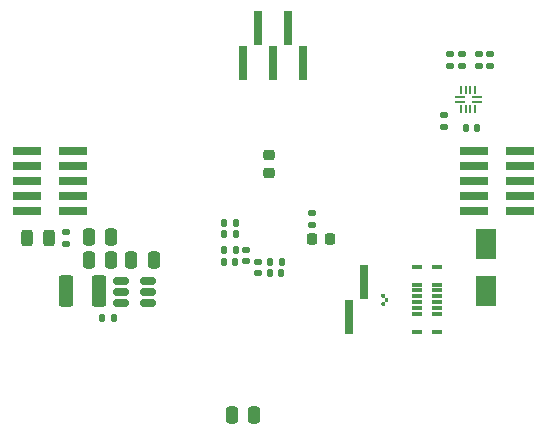
<source format=gtp>
%TF.GenerationSoftware,KiCad,Pcbnew,(6.0.9)*%
%TF.CreationDate,2023-02-02T10:15:23+01:00*%
%TF.ProjectId,BatteryManagementBoard,42617474-6572-4794-9d61-6e6167656d65,rev?*%
%TF.SameCoordinates,Original*%
%TF.FileFunction,Paste,Top*%
%TF.FilePolarity,Positive*%
%FSLAX46Y46*%
G04 Gerber Fmt 4.6, Leading zero omitted, Abs format (unit mm)*
G04 Created by KiCad (PCBNEW (6.0.9)) date 2023-02-02 10:15:23*
%MOMM*%
%LPD*%
G01*
G04 APERTURE LIST*
G04 Aperture macros list*
%AMRoundRect*
0 Rectangle with rounded corners*
0 $1 Rounding radius*
0 $2 $3 $4 $5 $6 $7 $8 $9 X,Y pos of 4 corners*
0 Add a 4 corners polygon primitive as box body*
4,1,4,$2,$3,$4,$5,$6,$7,$8,$9,$2,$3,0*
0 Add four circle primitives for the rounded corners*
1,1,$1+$1,$2,$3*
1,1,$1+$1,$4,$5*
1,1,$1+$1,$6,$7*
1,1,$1+$1,$8,$9*
0 Add four rect primitives between the rounded corners*
20,1,$1+$1,$2,$3,$4,$5,0*
20,1,$1+$1,$4,$5,$6,$7,0*
20,1,$1+$1,$6,$7,$8,$9,0*
20,1,$1+$1,$8,$9,$2,$3,0*%
G04 Aperture macros list end*
%ADD10C,0.010000*%
%ADD11RoundRect,0.250000X0.375000X1.075000X-0.375000X1.075000X-0.375000X-1.075000X0.375000X-1.075000X0*%
%ADD12RoundRect,0.225000X-0.225000X-0.250000X0.225000X-0.250000X0.225000X0.250000X-0.225000X0.250000X0*%
%ADD13RoundRect,0.135000X0.135000X0.185000X-0.135000X0.185000X-0.135000X-0.185000X0.135000X-0.185000X0*%
%ADD14RoundRect,0.140000X-0.140000X-0.170000X0.140000X-0.170000X0.140000X0.170000X-0.140000X0.170000X0*%
%ADD15RoundRect,0.050000X0.375000X0.050000X-0.375000X0.050000X-0.375000X-0.050000X0.375000X-0.050000X0*%
%ADD16RoundRect,0.050000X0.050000X0.275000X-0.050000X0.275000X-0.050000X-0.275000X0.050000X-0.275000X0*%
%ADD17RoundRect,0.140000X0.140000X0.170000X-0.140000X0.170000X-0.140000X-0.170000X0.140000X-0.170000X0*%
%ADD18R,0.870000X0.300000*%
%ADD19RoundRect,0.140000X-0.170000X0.140000X-0.170000X-0.140000X0.170000X-0.140000X0.170000X0.140000X0*%
%ADD20RoundRect,0.225000X0.250000X-0.225000X0.250000X0.225000X-0.250000X0.225000X-0.250000X-0.225000X0*%
%ADD21RoundRect,0.150000X0.512500X0.150000X-0.512500X0.150000X-0.512500X-0.150000X0.512500X-0.150000X0*%
%ADD22R,1.800000X2.500000*%
%ADD23R,2.400000X0.740000*%
%ADD24RoundRect,0.250000X0.250000X0.475000X-0.250000X0.475000X-0.250000X-0.475000X0.250000X-0.475000X0*%
%ADD25RoundRect,0.135000X-0.185000X0.135000X-0.185000X-0.135000X0.185000X-0.135000X0.185000X0.135000X0*%
%ADD26R,0.650000X3.000000*%
%ADD27RoundRect,0.135000X0.185000X-0.135000X0.185000X0.135000X-0.185000X0.135000X-0.185000X-0.135000X0*%
%ADD28RoundRect,0.135000X-0.135000X-0.185000X0.135000X-0.185000X0.135000X0.185000X-0.135000X0.185000X0*%
%ADD29RoundRect,0.243750X-0.243750X-0.456250X0.243750X-0.456250X0.243750X0.456250X-0.243750X0.456250X0*%
%ADD30RoundRect,0.250000X-0.250000X-0.475000X0.250000X-0.475000X0.250000X0.475000X-0.250000X0.475000X0*%
G04 APERTURE END LIST*
G36*
X159313000Y-110236000D02*
G01*
X159315000Y-110236000D01*
X159318000Y-110237000D01*
X159320000Y-110237000D01*
X159323000Y-110238000D01*
X159325000Y-110239000D01*
X159328000Y-110240000D01*
X159330000Y-110242000D01*
X159332000Y-110243000D01*
X159334000Y-110245000D01*
X159336000Y-110246000D01*
X159344000Y-110254000D01*
X159345000Y-110256000D01*
X159347000Y-110258000D01*
X159348000Y-110260000D01*
X159350000Y-110262000D01*
X159351000Y-110265000D01*
X159352000Y-110267000D01*
X159353000Y-110270000D01*
X159353000Y-110272000D01*
X159354000Y-110275000D01*
X159354000Y-110277000D01*
X159355000Y-110280000D01*
X159355000Y-110400000D01*
X159354000Y-110403000D01*
X159354000Y-110405000D01*
X159353000Y-110408000D01*
X159353000Y-110410000D01*
X159352000Y-110413000D01*
X159351000Y-110415000D01*
X159350000Y-110418000D01*
X159348000Y-110420000D01*
X159347000Y-110422000D01*
X159345000Y-110424000D01*
X159344000Y-110426000D01*
X159336000Y-110434000D01*
X159334000Y-110435000D01*
X159332000Y-110437000D01*
X159330000Y-110438000D01*
X159328000Y-110440000D01*
X159325000Y-110441000D01*
X159323000Y-110442000D01*
X159320000Y-110443000D01*
X159318000Y-110443000D01*
X159315000Y-110444000D01*
X159313000Y-110444000D01*
X159310000Y-110445000D01*
X159190000Y-110445000D01*
X159187000Y-110444000D01*
X159185000Y-110444000D01*
X159182000Y-110443000D01*
X159180000Y-110443000D01*
X159177000Y-110442000D01*
X159175000Y-110441000D01*
X159172000Y-110440000D01*
X159170000Y-110438000D01*
X159168000Y-110437000D01*
X159166000Y-110435000D01*
X159164000Y-110434000D01*
X159156000Y-110426000D01*
X159155000Y-110424000D01*
X159153000Y-110422000D01*
X159152000Y-110420000D01*
X159150000Y-110418000D01*
X159149000Y-110415000D01*
X159148000Y-110413000D01*
X159147000Y-110410000D01*
X159147000Y-110408000D01*
X159146000Y-110405000D01*
X159146000Y-110403000D01*
X159145000Y-110400000D01*
X159145000Y-110280000D01*
X159146000Y-110277000D01*
X159146000Y-110275000D01*
X159147000Y-110272000D01*
X159147000Y-110270000D01*
X159148000Y-110267000D01*
X159149000Y-110265000D01*
X159150000Y-110262000D01*
X159152000Y-110260000D01*
X159153000Y-110258000D01*
X159155000Y-110256000D01*
X159156000Y-110254000D01*
X159164000Y-110246000D01*
X159166000Y-110245000D01*
X159168000Y-110243000D01*
X159170000Y-110242000D01*
X159172000Y-110240000D01*
X159175000Y-110239000D01*
X159177000Y-110238000D01*
X159180000Y-110237000D01*
X159182000Y-110237000D01*
X159185000Y-110236000D01*
X159187000Y-110236000D01*
X159190000Y-110235000D01*
X159310000Y-110235000D01*
X159313000Y-110236000D01*
G37*
D10*
X159313000Y-110236000D02*
X159315000Y-110236000D01*
X159318000Y-110237000D01*
X159320000Y-110237000D01*
X159323000Y-110238000D01*
X159325000Y-110239000D01*
X159328000Y-110240000D01*
X159330000Y-110242000D01*
X159332000Y-110243000D01*
X159334000Y-110245000D01*
X159336000Y-110246000D01*
X159344000Y-110254000D01*
X159345000Y-110256000D01*
X159347000Y-110258000D01*
X159348000Y-110260000D01*
X159350000Y-110262000D01*
X159351000Y-110265000D01*
X159352000Y-110267000D01*
X159353000Y-110270000D01*
X159353000Y-110272000D01*
X159354000Y-110275000D01*
X159354000Y-110277000D01*
X159355000Y-110280000D01*
X159355000Y-110400000D01*
X159354000Y-110403000D01*
X159354000Y-110405000D01*
X159353000Y-110408000D01*
X159353000Y-110410000D01*
X159352000Y-110413000D01*
X159351000Y-110415000D01*
X159350000Y-110418000D01*
X159348000Y-110420000D01*
X159347000Y-110422000D01*
X159345000Y-110424000D01*
X159344000Y-110426000D01*
X159336000Y-110434000D01*
X159334000Y-110435000D01*
X159332000Y-110437000D01*
X159330000Y-110438000D01*
X159328000Y-110440000D01*
X159325000Y-110441000D01*
X159323000Y-110442000D01*
X159320000Y-110443000D01*
X159318000Y-110443000D01*
X159315000Y-110444000D01*
X159313000Y-110444000D01*
X159310000Y-110445000D01*
X159190000Y-110445000D01*
X159187000Y-110444000D01*
X159185000Y-110444000D01*
X159182000Y-110443000D01*
X159180000Y-110443000D01*
X159177000Y-110442000D01*
X159175000Y-110441000D01*
X159172000Y-110440000D01*
X159170000Y-110438000D01*
X159168000Y-110437000D01*
X159166000Y-110435000D01*
X159164000Y-110434000D01*
X159156000Y-110426000D01*
X159155000Y-110424000D01*
X159153000Y-110422000D01*
X159152000Y-110420000D01*
X159150000Y-110418000D01*
X159149000Y-110415000D01*
X159148000Y-110413000D01*
X159147000Y-110410000D01*
X159147000Y-110408000D01*
X159146000Y-110405000D01*
X159146000Y-110403000D01*
X159145000Y-110400000D01*
X159145000Y-110280000D01*
X159146000Y-110277000D01*
X159146000Y-110275000D01*
X159147000Y-110272000D01*
X159147000Y-110270000D01*
X159148000Y-110267000D01*
X159149000Y-110265000D01*
X159150000Y-110262000D01*
X159152000Y-110260000D01*
X159153000Y-110258000D01*
X159155000Y-110256000D01*
X159156000Y-110254000D01*
X159164000Y-110246000D01*
X159166000Y-110245000D01*
X159168000Y-110243000D01*
X159170000Y-110242000D01*
X159172000Y-110240000D01*
X159175000Y-110239000D01*
X159177000Y-110238000D01*
X159180000Y-110237000D01*
X159182000Y-110237000D01*
X159185000Y-110236000D01*
X159187000Y-110236000D01*
X159190000Y-110235000D01*
X159310000Y-110235000D01*
X159313000Y-110236000D01*
G36*
X159313000Y-109556000D02*
G01*
X159315000Y-109556000D01*
X159318000Y-109557000D01*
X159320000Y-109557000D01*
X159323000Y-109558000D01*
X159325000Y-109559000D01*
X159328000Y-109560000D01*
X159330000Y-109562000D01*
X159332000Y-109563000D01*
X159334000Y-109565000D01*
X159336000Y-109566000D01*
X159344000Y-109574000D01*
X159345000Y-109576000D01*
X159347000Y-109578000D01*
X159348000Y-109580000D01*
X159350000Y-109582000D01*
X159351000Y-109585000D01*
X159352000Y-109587000D01*
X159353000Y-109590000D01*
X159353000Y-109592000D01*
X159354000Y-109595000D01*
X159354000Y-109597000D01*
X159355000Y-109600000D01*
X159355000Y-109720000D01*
X159354000Y-109723000D01*
X159354000Y-109725000D01*
X159353000Y-109728000D01*
X159353000Y-109730000D01*
X159352000Y-109733000D01*
X159351000Y-109735000D01*
X159350000Y-109738000D01*
X159348000Y-109740000D01*
X159347000Y-109742000D01*
X159345000Y-109744000D01*
X159344000Y-109746000D01*
X159336000Y-109754000D01*
X159334000Y-109755000D01*
X159332000Y-109757000D01*
X159330000Y-109758000D01*
X159328000Y-109760000D01*
X159325000Y-109761000D01*
X159323000Y-109762000D01*
X159320000Y-109763000D01*
X159318000Y-109763000D01*
X159315000Y-109764000D01*
X159313000Y-109764000D01*
X159310000Y-109765000D01*
X159190000Y-109765000D01*
X159187000Y-109764000D01*
X159185000Y-109764000D01*
X159182000Y-109763000D01*
X159180000Y-109763000D01*
X159177000Y-109762000D01*
X159175000Y-109761000D01*
X159172000Y-109760000D01*
X159170000Y-109758000D01*
X159168000Y-109757000D01*
X159166000Y-109755000D01*
X159164000Y-109754000D01*
X159156000Y-109746000D01*
X159155000Y-109744000D01*
X159153000Y-109742000D01*
X159152000Y-109740000D01*
X159150000Y-109738000D01*
X159149000Y-109735000D01*
X159148000Y-109733000D01*
X159147000Y-109730000D01*
X159147000Y-109728000D01*
X159146000Y-109725000D01*
X159146000Y-109723000D01*
X159145000Y-109720000D01*
X159145000Y-109600000D01*
X159146000Y-109597000D01*
X159146000Y-109595000D01*
X159147000Y-109592000D01*
X159147000Y-109590000D01*
X159148000Y-109587000D01*
X159149000Y-109585000D01*
X159150000Y-109582000D01*
X159152000Y-109580000D01*
X159153000Y-109578000D01*
X159155000Y-109576000D01*
X159156000Y-109574000D01*
X159164000Y-109566000D01*
X159166000Y-109565000D01*
X159168000Y-109563000D01*
X159170000Y-109562000D01*
X159172000Y-109560000D01*
X159175000Y-109559000D01*
X159177000Y-109558000D01*
X159180000Y-109557000D01*
X159182000Y-109557000D01*
X159185000Y-109556000D01*
X159187000Y-109556000D01*
X159190000Y-109555000D01*
X159310000Y-109555000D01*
X159313000Y-109556000D01*
G37*
X159313000Y-109556000D02*
X159315000Y-109556000D01*
X159318000Y-109557000D01*
X159320000Y-109557000D01*
X159323000Y-109558000D01*
X159325000Y-109559000D01*
X159328000Y-109560000D01*
X159330000Y-109562000D01*
X159332000Y-109563000D01*
X159334000Y-109565000D01*
X159336000Y-109566000D01*
X159344000Y-109574000D01*
X159345000Y-109576000D01*
X159347000Y-109578000D01*
X159348000Y-109580000D01*
X159350000Y-109582000D01*
X159351000Y-109585000D01*
X159352000Y-109587000D01*
X159353000Y-109590000D01*
X159353000Y-109592000D01*
X159354000Y-109595000D01*
X159354000Y-109597000D01*
X159355000Y-109600000D01*
X159355000Y-109720000D01*
X159354000Y-109723000D01*
X159354000Y-109725000D01*
X159353000Y-109728000D01*
X159353000Y-109730000D01*
X159352000Y-109733000D01*
X159351000Y-109735000D01*
X159350000Y-109738000D01*
X159348000Y-109740000D01*
X159347000Y-109742000D01*
X159345000Y-109744000D01*
X159344000Y-109746000D01*
X159336000Y-109754000D01*
X159334000Y-109755000D01*
X159332000Y-109757000D01*
X159330000Y-109758000D01*
X159328000Y-109760000D01*
X159325000Y-109761000D01*
X159323000Y-109762000D01*
X159320000Y-109763000D01*
X159318000Y-109763000D01*
X159315000Y-109764000D01*
X159313000Y-109764000D01*
X159310000Y-109765000D01*
X159190000Y-109765000D01*
X159187000Y-109764000D01*
X159185000Y-109764000D01*
X159182000Y-109763000D01*
X159180000Y-109763000D01*
X159177000Y-109762000D01*
X159175000Y-109761000D01*
X159172000Y-109760000D01*
X159170000Y-109758000D01*
X159168000Y-109757000D01*
X159166000Y-109755000D01*
X159164000Y-109754000D01*
X159156000Y-109746000D01*
X159155000Y-109744000D01*
X159153000Y-109742000D01*
X159152000Y-109740000D01*
X159150000Y-109738000D01*
X159149000Y-109735000D01*
X159148000Y-109733000D01*
X159147000Y-109730000D01*
X159147000Y-109728000D01*
X159146000Y-109725000D01*
X159146000Y-109723000D01*
X159145000Y-109720000D01*
X159145000Y-109600000D01*
X159146000Y-109597000D01*
X159146000Y-109595000D01*
X159147000Y-109592000D01*
X159147000Y-109590000D01*
X159148000Y-109587000D01*
X159149000Y-109585000D01*
X159150000Y-109582000D01*
X159152000Y-109580000D01*
X159153000Y-109578000D01*
X159155000Y-109576000D01*
X159156000Y-109574000D01*
X159164000Y-109566000D01*
X159166000Y-109565000D01*
X159168000Y-109563000D01*
X159170000Y-109562000D01*
X159172000Y-109560000D01*
X159175000Y-109559000D01*
X159177000Y-109558000D01*
X159180000Y-109557000D01*
X159182000Y-109557000D01*
X159185000Y-109556000D01*
X159187000Y-109556000D01*
X159190000Y-109555000D01*
X159310000Y-109555000D01*
X159313000Y-109556000D01*
G36*
X159613000Y-109896000D02*
G01*
X159615000Y-109896000D01*
X159618000Y-109897000D01*
X159620000Y-109897000D01*
X159623000Y-109898000D01*
X159625000Y-109899000D01*
X159628000Y-109900000D01*
X159630000Y-109902000D01*
X159632000Y-109903000D01*
X159634000Y-109905000D01*
X159636000Y-109906000D01*
X159644000Y-109914000D01*
X159645000Y-109916000D01*
X159647000Y-109918000D01*
X159648000Y-109920000D01*
X159650000Y-109922000D01*
X159651000Y-109925000D01*
X159652000Y-109927000D01*
X159653000Y-109930000D01*
X159653000Y-109932000D01*
X159654000Y-109935000D01*
X159654000Y-109937000D01*
X159655000Y-109940000D01*
X159655000Y-110060000D01*
X159654000Y-110063000D01*
X159654000Y-110065000D01*
X159653000Y-110068000D01*
X159653000Y-110070000D01*
X159652000Y-110073000D01*
X159651000Y-110075000D01*
X159650000Y-110078000D01*
X159648000Y-110080000D01*
X159647000Y-110082000D01*
X159645000Y-110084000D01*
X159644000Y-110086000D01*
X159636000Y-110094000D01*
X159634000Y-110095000D01*
X159632000Y-110097000D01*
X159630000Y-110098000D01*
X159628000Y-110100000D01*
X159625000Y-110101000D01*
X159623000Y-110102000D01*
X159620000Y-110103000D01*
X159618000Y-110103000D01*
X159615000Y-110104000D01*
X159613000Y-110104000D01*
X159610000Y-110105000D01*
X159490000Y-110105000D01*
X159487000Y-110104000D01*
X159485000Y-110104000D01*
X159482000Y-110103000D01*
X159480000Y-110103000D01*
X159477000Y-110102000D01*
X159475000Y-110101000D01*
X159472000Y-110100000D01*
X159470000Y-110098000D01*
X159468000Y-110097000D01*
X159466000Y-110095000D01*
X159464000Y-110094000D01*
X159456000Y-110086000D01*
X159455000Y-110084000D01*
X159453000Y-110082000D01*
X159452000Y-110080000D01*
X159450000Y-110078000D01*
X159449000Y-110075000D01*
X159448000Y-110073000D01*
X159447000Y-110070000D01*
X159447000Y-110068000D01*
X159446000Y-110065000D01*
X159446000Y-110063000D01*
X159445000Y-110060000D01*
X159445000Y-109940000D01*
X159446000Y-109937000D01*
X159446000Y-109935000D01*
X159447000Y-109932000D01*
X159447000Y-109930000D01*
X159448000Y-109927000D01*
X159449000Y-109925000D01*
X159450000Y-109922000D01*
X159452000Y-109920000D01*
X159453000Y-109918000D01*
X159455000Y-109916000D01*
X159456000Y-109914000D01*
X159464000Y-109906000D01*
X159466000Y-109905000D01*
X159468000Y-109903000D01*
X159470000Y-109902000D01*
X159472000Y-109900000D01*
X159475000Y-109899000D01*
X159477000Y-109898000D01*
X159480000Y-109897000D01*
X159482000Y-109897000D01*
X159485000Y-109896000D01*
X159487000Y-109896000D01*
X159490000Y-109895000D01*
X159610000Y-109895000D01*
X159613000Y-109896000D01*
G37*
X159613000Y-109896000D02*
X159615000Y-109896000D01*
X159618000Y-109897000D01*
X159620000Y-109897000D01*
X159623000Y-109898000D01*
X159625000Y-109899000D01*
X159628000Y-109900000D01*
X159630000Y-109902000D01*
X159632000Y-109903000D01*
X159634000Y-109905000D01*
X159636000Y-109906000D01*
X159644000Y-109914000D01*
X159645000Y-109916000D01*
X159647000Y-109918000D01*
X159648000Y-109920000D01*
X159650000Y-109922000D01*
X159651000Y-109925000D01*
X159652000Y-109927000D01*
X159653000Y-109930000D01*
X159653000Y-109932000D01*
X159654000Y-109935000D01*
X159654000Y-109937000D01*
X159655000Y-109940000D01*
X159655000Y-110060000D01*
X159654000Y-110063000D01*
X159654000Y-110065000D01*
X159653000Y-110068000D01*
X159653000Y-110070000D01*
X159652000Y-110073000D01*
X159651000Y-110075000D01*
X159650000Y-110078000D01*
X159648000Y-110080000D01*
X159647000Y-110082000D01*
X159645000Y-110084000D01*
X159644000Y-110086000D01*
X159636000Y-110094000D01*
X159634000Y-110095000D01*
X159632000Y-110097000D01*
X159630000Y-110098000D01*
X159628000Y-110100000D01*
X159625000Y-110101000D01*
X159623000Y-110102000D01*
X159620000Y-110103000D01*
X159618000Y-110103000D01*
X159615000Y-110104000D01*
X159613000Y-110104000D01*
X159610000Y-110105000D01*
X159490000Y-110105000D01*
X159487000Y-110104000D01*
X159485000Y-110104000D01*
X159482000Y-110103000D01*
X159480000Y-110103000D01*
X159477000Y-110102000D01*
X159475000Y-110101000D01*
X159472000Y-110100000D01*
X159470000Y-110098000D01*
X159468000Y-110097000D01*
X159466000Y-110095000D01*
X159464000Y-110094000D01*
X159456000Y-110086000D01*
X159455000Y-110084000D01*
X159453000Y-110082000D01*
X159452000Y-110080000D01*
X159450000Y-110078000D01*
X159449000Y-110075000D01*
X159448000Y-110073000D01*
X159447000Y-110070000D01*
X159447000Y-110068000D01*
X159446000Y-110065000D01*
X159446000Y-110063000D01*
X159445000Y-110060000D01*
X159445000Y-109940000D01*
X159446000Y-109937000D01*
X159446000Y-109935000D01*
X159447000Y-109932000D01*
X159447000Y-109930000D01*
X159448000Y-109927000D01*
X159449000Y-109925000D01*
X159450000Y-109922000D01*
X159452000Y-109920000D01*
X159453000Y-109918000D01*
X159455000Y-109916000D01*
X159456000Y-109914000D01*
X159464000Y-109906000D01*
X159466000Y-109905000D01*
X159468000Y-109903000D01*
X159470000Y-109902000D01*
X159472000Y-109900000D01*
X159475000Y-109899000D01*
X159477000Y-109898000D01*
X159480000Y-109897000D01*
X159482000Y-109897000D01*
X159485000Y-109896000D01*
X159487000Y-109896000D01*
X159490000Y-109895000D01*
X159610000Y-109895000D01*
X159613000Y-109896000D01*
D11*
X135200000Y-109300000D03*
X132400000Y-109300000D03*
D12*
X153225000Y-104900000D03*
X154775000Y-104900000D03*
D13*
X146810000Y-103500000D03*
X145790000Y-103500000D03*
D14*
X145820000Y-106800000D03*
X146780000Y-106800000D03*
D15*
X167205000Y-93280000D03*
X167205000Y-92880000D03*
D16*
X167080000Y-92255000D03*
X166680000Y-92255000D03*
X166280000Y-92255000D03*
X165880000Y-92255000D03*
D15*
X165755000Y-92880000D03*
X165755000Y-93280000D03*
D16*
X165880000Y-93905000D03*
X166280000Y-93905000D03*
X166680000Y-93905000D03*
X167080000Y-93905000D03*
D14*
X135520000Y-111600000D03*
X136480000Y-111600000D03*
D17*
X167230000Y-95500000D03*
X166270000Y-95500000D03*
D18*
X163865000Y-107250000D03*
X163865000Y-108750000D03*
X163865000Y-109250000D03*
X163865000Y-109750000D03*
X163865000Y-110250000D03*
X163865000Y-110750000D03*
X163865000Y-111250000D03*
X163865000Y-112750000D03*
X162135000Y-112750000D03*
X162135000Y-111250000D03*
X162135000Y-110750000D03*
X162135000Y-110250000D03*
X162135000Y-109750000D03*
X162135000Y-109250000D03*
X162135000Y-108750000D03*
X162135000Y-107250000D03*
D19*
X148700000Y-106820000D03*
X148700000Y-107780000D03*
D20*
X149600000Y-99300000D03*
X149600000Y-97750000D03*
D21*
X139337500Y-110350000D03*
X139337500Y-109400000D03*
X139337500Y-108450000D03*
X137062500Y-108450000D03*
X137062500Y-109400000D03*
X137062500Y-110350000D03*
D13*
X150710000Y-106800000D03*
X149690000Y-106800000D03*
D22*
X168000000Y-109300000D03*
X168000000Y-105300000D03*
D23*
X133050000Y-102540000D03*
X129150000Y-102540000D03*
X133050000Y-101270000D03*
X129150000Y-101270000D03*
X133050000Y-100000000D03*
X129150000Y-100000000D03*
X133050000Y-98730000D03*
X129150000Y-98730000D03*
X133050000Y-97460000D03*
X129150000Y-97460000D03*
D24*
X139850000Y-106700000D03*
X137950000Y-106700000D03*
D25*
X153300000Y-102690000D03*
X153300000Y-103710000D03*
X164440000Y-94420000D03*
X164440000Y-95440000D03*
D26*
X157635000Y-108500000D03*
X156365000Y-111500000D03*
D27*
X132400000Y-105310000D03*
X132400000Y-104290000D03*
D25*
X164970000Y-89250000D03*
X164970000Y-90270000D03*
D28*
X145790000Y-104500000D03*
X146810000Y-104500000D03*
D29*
X129162500Y-104800000D03*
X131037500Y-104800000D03*
D27*
X168370000Y-90260000D03*
X168370000Y-89240000D03*
D25*
X167370000Y-89230000D03*
X167370000Y-90250000D03*
D27*
X166000000Y-90270000D03*
X166000000Y-89250000D03*
D28*
X145790000Y-105800000D03*
X146810000Y-105800000D03*
D23*
X170850000Y-102540000D03*
X166950000Y-102540000D03*
X170850000Y-101270000D03*
X166950000Y-101270000D03*
X170850000Y-100000000D03*
X166950000Y-100000000D03*
X170850000Y-98730000D03*
X166950000Y-98730000D03*
X170850000Y-97460000D03*
X166950000Y-97460000D03*
D30*
X146450000Y-119800000D03*
X148350000Y-119800000D03*
D19*
X147700000Y-105820000D03*
X147700000Y-106780000D03*
D26*
X147460000Y-90000000D03*
X148730000Y-87000000D03*
X150000000Y-90000000D03*
X151270000Y-87000000D03*
X152540000Y-90000000D03*
D17*
X150680000Y-107800000D03*
X149720000Y-107800000D03*
D30*
X134350000Y-106700000D03*
X136250000Y-106700000D03*
X134350000Y-104700000D03*
X136250000Y-104700000D03*
M02*

</source>
